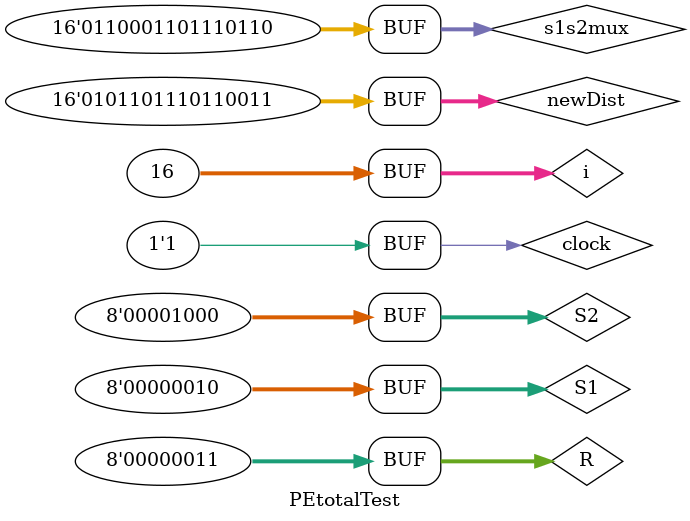
<source format=v>
`timescale 1ns/1ps

module PEtotalTest;
reg clock;
reg [7:0] R, S1, S2;
reg [15:0] s1s2mux, newDist;

wire [127:0] Accumulate;
integer i;
PEtotal dut(clock, R, S1, S2, s1s2mux, newDist, Accumulate);
initial begin
	R = 3; S1 = 2; S2 = 8; 
	s1s2mux = 16'b1111010100110001;
	newDist = 16'b1111111111111111;

	for(i = 0; i < 16; i = i+ 1) begin
		clock = 0; #5; clock = 1; #5;
	end
	s1s2mux = 16'b0110001101110110;
	newDist = 16'b0101101110110011;
	for(i = 0; i < 16; i = i+ 1) begin
		clock = 0; #5; clock = 1; #5;
	end
end
endmodule
</source>
